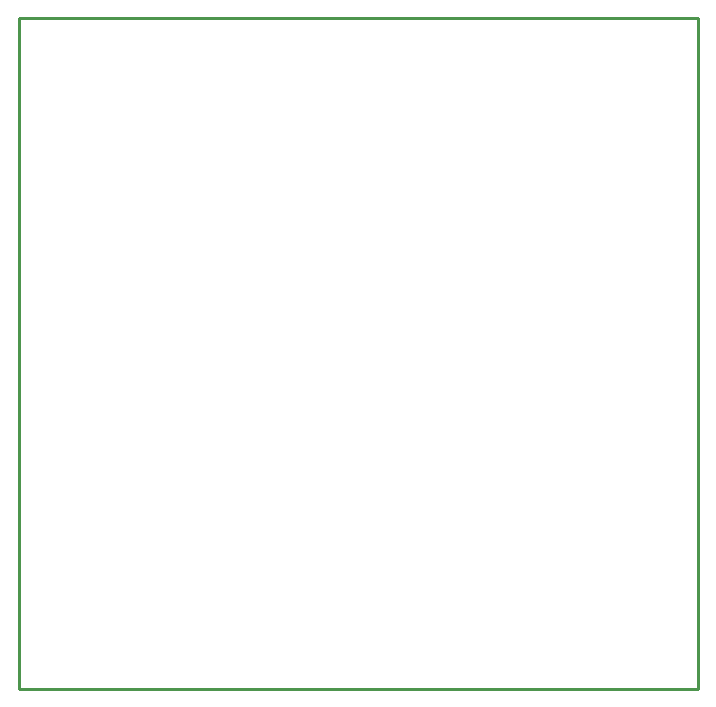
<source format=gbr>
G04 EAGLE Gerber RS-274X export*
G75*
%MOMM*%
%FSLAX34Y34*%
%LPD*%
%IN*%
%IPPOS*%
%AMOC8*
5,1,8,0,0,1.08239X$1,22.5*%
G01*
%ADD10C,0.254000*%


D10*
X-289640Y-281303D02*
X285360Y-281303D01*
X285360Y286197D01*
X-289640Y286197D01*
X-289640Y-281303D01*
M02*

</source>
